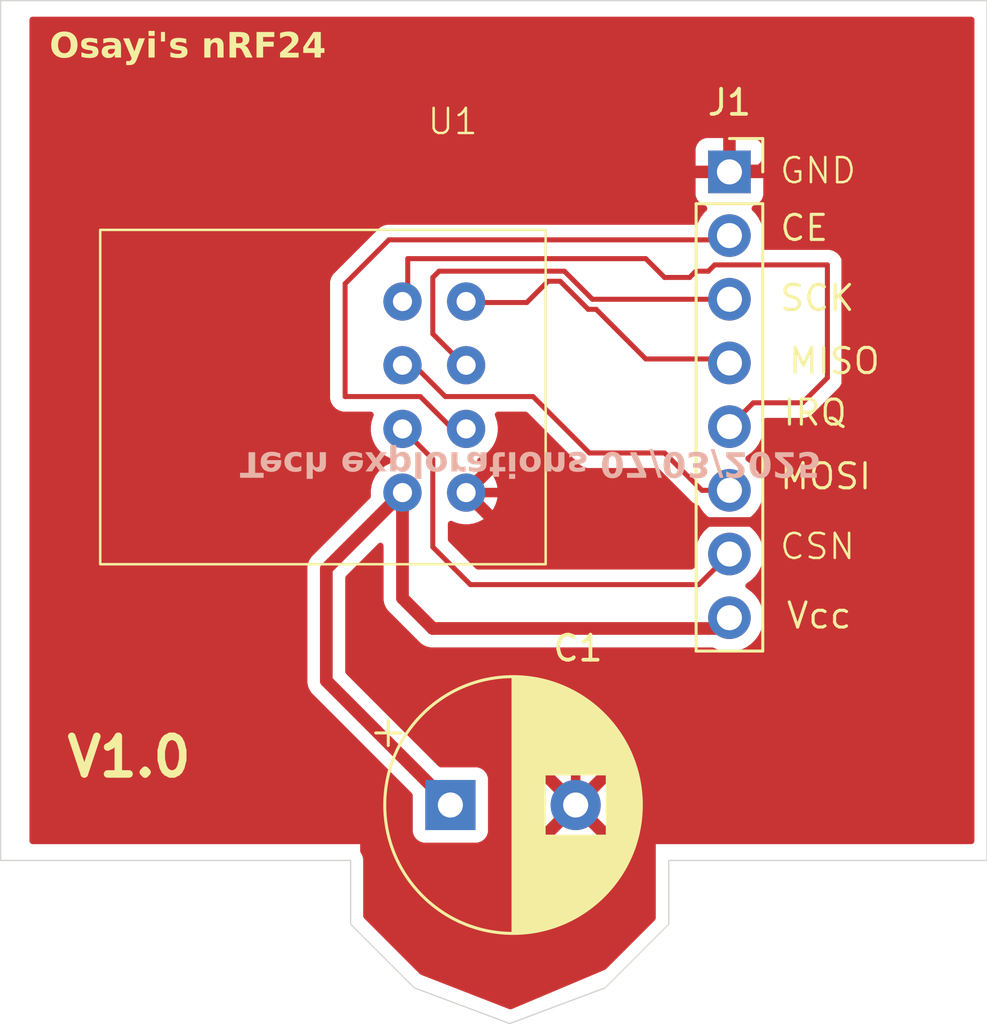
<source format=kicad_pcb>
(kicad_pcb (version 20241129) (generator "pcbnew") (generator_version "9.0")
  (title_block (title "nRF24") (date "2025-01-16"))
  (layers (0 "F.Cu" signal) (2 "B.Cu" signal) (13 "F.Paste" user) (15 "B.Paste" user) (5 "F.SilkS" user "F.Silkscreen") (7 "B.SilkS" user "B.Silkscreen") (1 "F.Mask" user) (3 "B.Mask" user) (25 "Edge.Cuts" user))
  (net 0 "")
  (net 1 "Net-(J1-Pin_5)")
  (net 2 "Net-(J1-Pin_2)")
  (net 3 "Net-(J1-Pin_8)")
  (net 4 "Net-(J1-Pin_4)")
  (net 5 "Net-(J1-Pin_1)")
  (net 6 "Net-(J1-Pin_3)")
  (net 7 "Net-(J1-Pin_7)")
  (net 8 "Net-(J1-Pin_6)")
  (footprint "Capacitor_THT:CP_Radial_D10.0mm_P5.00mm" (layer "F.Cu") (at 116.202323 95.04)
    (property "Reference" "C1" (at 5.09 -6.25 0) (layer "F.SilkS"))
    (property "Value" "10uF")
    (fp_line (start -2.979646 -2.875) (end -1.979646 -2.875) (stroke (width 0.12)) (layer "F.SilkS"))
    (fp_line (start -2.479646 -3.375) (end -2.479646 -2.375) (stroke (width 0.12)) (layer "F.SilkS"))
    (fp_line (start 2.5 -5.08) (end 2.5 5.08) (stroke (width 0.12)) (layer "F.SilkS"))
    (fp_line (start 2.54 -5.08) (end 2.54 5.08) (stroke (width 0.12)) (layer "F.SilkS"))
    (fp_line (start 2.58 -5.08) (end 2.58 5.08) (stroke (width 0.12)) (layer "F.SilkS"))
    (fp_line (start 2.62 -5.079) (end 2.62 5.079) (stroke (width 0.12)) (layer "F.SilkS"))
    (fp_line (start 2.66 -5.078) (end 2.66 5.078) (stroke (width 0.12)) (layer "F.SilkS"))
    (fp_line (start 2.7 -5.077) (end 2.7 5.077) (stroke (width 0.12)) (layer "F.SilkS"))
    (fp_line (start 2.74 -5.075) (end 2.74 5.075) (stroke (width 0.12)) (layer "F.SilkS"))
    (fp_line (start 2.78 -5.073) (end 2.78 5.073) (stroke (width 0.12)) (layer "F.SilkS"))
    (fp_line (start 2.82 -5.07) (end 2.82 5.07) (stroke (width 0.12)) (layer "F.SilkS"))
    (fp_line (start 2.86 -5.068) (end 2.86 5.068) (stroke (width 0.12)) (layer "F.SilkS"))
    (fp_line (start 2.9 -5.065) (end 2.9 5.065) (stroke (width 0.12)) (layer "F.SilkS"))
    (fp_line (start 2.94 -5.062) (end 2.94 5.062) (stroke (width 0.12)) (layer "F.SilkS"))
    (fp_line (start 2.98 -5.058) (end 2.98 5.058) (stroke (width 0.12)) (layer "F.SilkS"))
    (fp_line (start 3.02 -5.054) (end 3.02 5.054) (stroke (width 0.12)) (layer "F.SilkS"))
    (fp_line (start 3.06 -5.05) (end 3.06 5.05) (stroke (width 0.12)) (layer "F.SilkS"))
    (fp_line (start 3.1 -5.045) (end 3.1 5.045) (stroke (width 0.12)) (layer "F.SilkS"))
    (fp_line (start 3.14 -5.04) (end 3.14 5.04) (stroke (width 0.12)) (layer "F.SilkS"))
    (fp_line (start 3.18 -5.035) (end 3.18 5.035) (stroke (width 0.12)) (layer "F.SilkS"))
    (fp_line (start 3.221 -5.03) (end 3.221 5.03) (stroke (width 0.12)) (layer "F.SilkS"))
    (fp_line (start 3.261 -5.024) (end 3.261 5.024) (stroke (width 0.12)) (layer "F.SilkS"))
    (fp_line (start 3.301 -5.018) (end 3.301 5.018) (stroke (width 0.12)) (layer "F.SilkS"))
    (fp_line (start 3.341 -5.011) (end 3.341 5.011) (stroke (width 0.12)) (layer "F.SilkS"))
    (fp_line (start 3.381 -5.004) (end 3.381 5.004) (stroke (width 0.12)) (layer "F.SilkS"))
    (fp_line (start 3.421 -4.997) (end 3.421 4.997) (stroke (width 0.12)) (layer "F.SilkS"))
    (fp_line (start 3.461 -4.99) (end 3.461 4.99) (stroke (width 0.12)) (layer "F.SilkS"))
    (fp_line (start 3.501 -4.982) (end 3.501 4.982) (stroke (width 0.12)) (layer "F.SilkS"))
    (fp_line (start 3.541 -4.974) (end 3.541 4.974) (stroke (width 0.12)) (layer "F.SilkS"))
    (fp_line (start 3.581 -4.965) (end 3.581 4.965) (stroke (width 0.12)) (layer "F.SilkS"))
    (fp_line (start 3.621 -4.956) (end 3.621 4.956) (stroke (width 0.12)) (layer "F.SilkS"))
    (fp_line (start 3.661 -4.947) (end 3.661 4.947) (stroke (width 0.12)) (layer "F.SilkS"))
    (fp_line (start 3.701 -4.938) (end 3.701 4.938) (stroke (width 0.12)) (layer "F.SilkS"))
    (fp_line (start 3.741 -4.928) (end 3.741 4.928) (stroke (width 0.12)) (layer "F.SilkS"))
    (fp_line (start 3.781 -4.918) (end 3.781 -1.241) (stroke (width 0.12)) (layer "F.SilkS"))
    (fp_line (start 3.781 1.241) (end 3.781 4.918) (stroke (width 0.12)) (layer "F.SilkS"))
    (fp_line (start 3.821 -4.907) (end 3.821 -1.241) (stroke (width 0.12)) (layer "F.SilkS"))
    (fp_line (start 3.821 1.241) (end 3.821 4.907) (stroke (width 0.12)) (layer "F.SilkS"))
    (fp_line (start 3.861 -4.897) (end 3.861 -1.241) (stroke (width 0.12)) (layer "F.SilkS"))
    (fp_line (start 3.861 1.241) (end 3.861 4.897) (stroke (width 0.12)) (layer "F.SilkS"))
    (fp_line (start 3.901 -4.885) (end 3.901 -1.241) (stroke (width 0.12)) (layer "F.SilkS"))
    (fp_line (start 3.901 1.241) (end 3.901 4.885) (stroke (width 0.12)) (layer "F.SilkS"))
    (fp_line (start 3.941 -4.874) (end 3.941 -1.241) (stroke (width 0.12)) (layer "F.SilkS"))
    (fp_line (start 3.941 1.241) (end 3.941 4.874) (stroke (width 0.12)) (layer "F.SilkS"))
    (fp_line (start 3.981 -4.862) (end 3.981 -1.241) (stroke (width 0.12)) (layer "F.SilkS"))
    (fp_line (start 3.981 1.241) (end 3.981 4.862) (stroke (width 0.12)) (layer "F.SilkS"))
    (fp_line (start 4.021 -4.85) (end 4.021 -1.241) (stroke (width 0.12)) (layer "F.SilkS"))
    (fp_line (start 4.021 1.241) (end 4.021 4.85) (stroke (width 0.12)) (layer "F.SilkS"))
    (fp_line (start 4.061 -4.837) (end 4.061 -1.241) (stroke (width 0.12)) (layer "F.SilkS"))
    (fp_line (start 4.061 1.241) (end 4.061 4.837) (stroke (width 0.12)) (layer "F.SilkS"))
    (fp_line (start 4.101 -4.824) (end 4.101 -1.241) (stroke (width 0.12)) (layer "F.SilkS"))
    (fp_line (start 4.101 1.241) (end 4.101 4.824) (stroke (width 0.12)) (layer "F.SilkS"))
    (fp_line (start 4.141 -4.811) (end 4.141 -1.241) (stroke (width 0.12)) (layer "F.SilkS"))
    (fp_line (start 4.141 1.241) (end 4.141 4.811) (stroke (width 0.12)) (layer "F.SilkS"))
    (fp_line (start 4.181 -4.797) (end 4.181 -1.241) (stroke (width 0.12)) (layer "F.SilkS"))
    (fp_line (start 4.181 1.241) (end 4.181 4.797) (stroke (width 0.12)) (layer "F.SilkS"))
    (fp_line (start 4.221 -4.783) (end 4.221 -1.241) (stroke (width 0.12)) (layer "F.SilkS"))
    (fp_line (start 4.221 1.241) (end 4.221 4.783) (stroke (width 0.12)) (layer "F.SilkS"))
    (fp_line (start 4.261 -4.768) (end 4.261 -1.241) (stroke (width 0.12)) (layer "F.SilkS"))
    (fp_line (start 4.261 1.241) (end 4.261 4.768) (stroke (width 0.12)) (layer "F.SilkS"))
    (fp_line (start 4.301 -4.754) (end 4.301 -1.241) (stroke (width 0.12)) (layer "F.SilkS"))
    (fp_line (start 4.301 1.241) (end 4.301 4.754) (stroke (width 0.12)) (layer "F.SilkS"))
    (fp_line (start 4.341 -4.738) (end 4.341 -1.241) (stroke (width 0.12)) (layer "F.SilkS"))
    (fp_line (start 4.341 1.241) (end 4.341 4.738) (stroke (width 0.12)) (layer "F.SilkS"))
    (fp_line (start 4.381 -4.723) (end 4.381 -1.241) (stroke (width 0.12)) (layer "F.SilkS"))
    (fp_line (start 4.381 1.241) (end 4.381 4.723) (stroke (width 0.12)) (layer "F.SilkS"))
    (fp_line (start 4.421 -4.707) (end 4.421 -1.241) (stroke (width 0.12)) (layer "F.SilkS"))
    (fp_line (start 4.421 1.241) (end 4.421 4.707) (stroke (width 0.12)) (layer "F.SilkS"))
    (fp_line (start 4.461 -4.69) (end 4.461 -1.241) (stroke (width 0.12)) (layer "F.SilkS"))
    (fp_line (start 4.461 1.241) (end 4.461 4.69) (stroke (width 0.12)) (layer "F.SilkS"))
    (fp_line (start 4.501 -4.674) (end 4.501 -1.241) (stroke (width 0.12)) (layer "F.SilkS"))
    (fp_line (start 4.501 1.241) (end 4.501 4.674) (stroke (width 0.12)) (layer "F.SilkS"))
    (fp_line (start 4.541 -4.657) (end 4.541 -1.241) (stroke (width 0.12)) (layer "F.SilkS"))
    (fp_line (start 4.541 1.241) (end 4.541 4.657) (stroke (width 0.12)) (layer "F.SilkS"))
    (fp_line (start 4.581 -4.639) (end 4.581 -1.241) (stroke (width 0.12)) (layer "F.SilkS"))
    (fp_line (start 4.581 1.241) (end 4.581 4.639) (stroke (width 0.12)) (layer "F.SilkS"))
    (fp_line (start 4.621 -4.621) (end 4.621 -1.241) (stroke (width 0.12)) (layer "F.SilkS"))
    (fp_line (start 4.621 1.241) (end 4.621 4.621) (stroke (width 0.12)) (layer "F.SilkS"))
    (fp_line (start 4.661 -4.603) (end 4.661 -1.241) (stroke (width 0.12)) (layer "F.SilkS"))
    (fp_line (start 4.661 1.241) (end 4.661 4.603) (stroke (width 0.12)) (layer "F.SilkS"))
    (fp_line (start 4.701 -4.584) (end 4.701 -1.241) (stroke (width 0.12)) (layer "F.SilkS"))
    (fp_line (start 4.701 1.241) (end 4.701 4.584) (stroke (width 0.12)) (layer "F.SilkS"))
    (fp_line (start 4.741 -4.564) (end 4.741 -1.241) (stroke (width 0.12)) (layer "F.SilkS"))
    (fp_line (start 4.741 1.241) (end 4.741 4.564) (stroke (width 0.12)) (layer "F.SilkS"))
    (fp_line (start 4.781 -4.545) (end 4.781 -1.241) (stroke (width 0.12)) (layer "F.SilkS"))
    (fp_line (start 4.781 1.241) (end 4.781 4.545) (stroke (width 0.12)) (layer "F.SilkS"))
    (fp_line (start 4.821 -4.525) (end 4.821 -1.241) (stroke (width 0.12)) (layer "F.SilkS"))
    (fp_line (start 4.821 1.241) (end 4.821 4.525) (stroke (width 0.12)) (layer "F.SilkS"))
    (fp_line (start 4.861 -4.504) (end 4.861 -1.241) (stroke (width 0.12)) (layer "F.SilkS"))
    (fp_line (start 4.861 1.241) (end 4.861 4.504) (stroke (width 0.12)) (layer "F.SilkS"))
    (fp_line (start 4.901 -4.483) (end 4.901 -1.241) (stroke (width 0.12)) (layer "F.SilkS"))
    (fp_line (start 4.901 1.241) (end 4.901 4.483) (stroke (width 0.12)) (layer "F.SilkS"))
    (fp_line (start 4.941 -4.462) (end 4.941 -1.241) (stroke (width 0.12)) (layer "F.SilkS"))
    (fp_line (start 4.941 1.241) (end 4.941 4.462) (stroke (width 0.12)) (layer "F.SilkS"))
    (fp_line (start 4.981 -4.44) (end 4.981 -1.241) (stroke (width 0.12)) (layer "F.SilkS"))
    (fp_line (start 4.981 1.241) (end 4.981 4.44) (stroke (width 0.12)) (layer "F.SilkS"))
    (fp_line (start 5.021 -4.417) (end 5.021 -1.241) (stroke (width 0.12)) (layer "F.SilkS"))
    (fp_line (start 5.021 1.241) (end 5.021 4.417) (stroke (width 0.12)) (layer "F.SilkS"))
    (fp_line (start 5.061 -4.395) (end 5.061 -1.241) (stroke (width 0.12)) (layer "F.SilkS"))
    (fp_line (start 5.061 1.241) (end 5.061 4.395) (stroke (width 0.12)) (layer "F.SilkS"))
    (fp_line (start 5.101 -4.371) (end 5.101 -1.241) (stroke (width 0.12)) (layer "F.SilkS"))
    (fp_line (start 5.101 1.241) (end 5.101 4.371) (stroke (width 0.12)) (layer "F.SilkS"))
    (fp_line (start 5.141 -4.347) (end 5.141 -1.241) (stroke (width 0.12)) (layer "F.SilkS"))
    (fp_line (start 5.141 1.241) (end 5.141 4.347) (stroke (width 0.12)) (layer "F.SilkS"))
    (fp_line (start 5.181 -4.323) (end 5.181 -1.241) (stroke (width 0.12)) (layer "F.SilkS"))
    (fp_line (start 5.181 1.241) (end 5.181 4.323) (stroke (width 0.12)) (layer "F.SilkS"))
    (fp_line (start 5.221 -4.298) (end 5.221 -1.241) (stroke (width 0.12)) (layer "F.SilkS"))
    (fp_line (start 5.221 1.241) (end 5.221 4.298) (stroke (width 0.12)) (layer "F.SilkS"))
    (fp_line (start 5.261 -4.273) (end 5.261 -1.241) (stroke (width 0.12)) (layer "F.SilkS"))
    (fp_line (start 5.261 1.241) (end 5.261 4.273) (stroke (width 0.12)) (layer "F.SilkS"))
    (fp_line (start 5.301 -4.247) (end 5.301 -1.241) (stroke (width 0.12)) (layer "F.SilkS"))
    (fp_line (start 5.301 1.241) (end 5.301 4.247) (stroke (width 0.12)) (layer "F.SilkS"))
    (fp_line (start 5.341 -4.221) (end 5.341 -1.241) (stroke (width 0.12)) (layer "F.SilkS"))
    (fp_line (start 5.341 1.241) (end 5.341 4.221) (stroke (width 0.12)) (layer "F.SilkS"))
    (fp_line (start 5.381 -4.194) (end 5.381 -1.241) (stroke (width 0.12)) (layer "F.SilkS"))
    (fp_line (start 5.381 1.241) (end 5.381 4.194) (stroke (width 0.12)) (layer "F.SilkS"))
    (fp_line (start 5.421 -4.166) (end 5.421 -1.241) (stroke (width 0.12)) (layer "F.SilkS"))
    (fp_line (start 5.421 1.241) (end 5.421 4.166) (stroke (width 0.12)) (layer "F.SilkS"))
    (fp_line (start 5.461 -4.138) (end 5.461 -1.241) (stroke (width 0.12)) (layer "F.SilkS"))
    (fp_line (start 5.461 1.241) (end 5.461 4.138) (stroke (width 0.12)) (layer "F.SilkS"))
    (fp_line (start 5.501 -4.11) (end 5.501 -1.241) (stroke (width 0.12)) (layer "F.SilkS"))
    (fp_line (start 5.501 1.241) (end 5.501 4.11) (stroke (width 0.12)) (layer "F.SilkS"))
    (fp_line (start 5.541 -4.08) (end 5.541 -1.241) (stroke (width 0.12)) (layer "F.SilkS"))
    (fp_line (start 5.541 1.241) (end 5.541 4.08) (stroke (width 0.12)) (layer "F.SilkS"))
    (fp_line (start 5.581 -4.05) (end 5.581 -1.241) (stroke (width 0.12)) (layer "F.SilkS"))
    (fp_line (start 5.581 1.241) (end 5.581 4.05) (stroke (width 0.12)) (layer "F.SilkS"))
    (fp_line (start 5.621 -4.02) (end 5.621 -1.241) (stroke (width 0.12)) (layer "F.SilkS"))
    (fp_line (start 5.621 1.241) (end 5.621 4.02) (stroke (width 0.12)) (layer "F.SilkS"))
    (fp_line (start 5.661 -3.989) (end 5.661 -1.241) (stroke (width 0.12)) (layer "F.SilkS"))
    (fp_line (start 5.661 1.241) (end 5.661 3.989) (stroke (width 0.12)) (layer "F.SilkS"))
    (fp_line (start 5.701 -3.957) (end 5.701 -1.241) (stroke (width 0.12)) (layer "F.SilkS"))
    (fp_line (start 5.701 1.241) (end 5.701 3.957) (stroke (width 0.12)) (layer "F.SilkS"))
    (fp_line (start 5.741 -3.925) (end 5.741 -1.241) (stroke (width 0.12)) (layer "F.SilkS"))
    (fp_line (start 5.741 1.241) (end 5.741 3.925) (stroke (width 0.12)) (layer "F.SilkS"))
    (fp_line (start 5.781 -3.892) (end 5.781 -1.241) (stroke (width 0.12)) (layer "F.SilkS"))
    (fp_line (start 5.781 1.241) (end 5.781 3.892) (stroke (width 0.12)) (layer "F.SilkS"))
    (fp_line (start 5.821 -3.858) (end 5.821 -1.241) (stroke (width 0.12)) (layer "F.SilkS"))
    (fp_line (start 5.821 1.241) (end 5.821 3.858) (stroke (width 0.12)) (layer "F.SilkS"))
    (fp_line (start 5.861 -3.824) (end 5.861 -1.241) (stroke (width 0.12)) (layer "F.SilkS"))
    (fp_line (start 5.861 1.241) (end 5.861 3.824) (stroke (width 0.12)) (layer "F.SilkS"))
    (fp_line (start 5.901 -3.789) (end 5.901 -1.241) (stroke (width 0.12)) (layer "F.SilkS"))
    (fp_line (start 5.901 1.241) (end 5.901 3.789) (stroke (width 0.12)) (layer "F.SilkS"))
    (fp_line (start 5.941 -3.753) (end 5.941 -1.241) (stroke (width 0.12)) (layer "F.SilkS"))
    (fp_line (start 5.941 1.241) (end 5.941 3.753) (stroke (width 0.12)) (layer "F.SilkS"))
    (fp_line (start 5.981 -3.716) (end 5.981 -1.241) (stroke (width 0.12)) (layer "F.SilkS"))
    (fp_line (start 5.981 1.241) (end 5.981 3.716) (stroke (width 0.12)) (layer "F.SilkS"))
    (fp_line (start 6.021 -3.679) (end 6.021 -1.241) (stroke (width 0.12)) (layer "F.SilkS"))
    (fp_line (start 6.021 1.241) (end 6.021 3.679) (stroke (width 0.12)) (layer "F.SilkS"))
    (fp_line (start 6.061 -3.64) (end 6.061 -1.241) (stroke (width 0.12)) (layer "F.SilkS"))
    (fp_line (start 6.061 1.241) (end 6.061 3.64) (stroke (width 0.12)) (layer "F.SilkS"))
    (fp_line (start 6.101 -3.601) (end 6.101 -1.241) (stroke (width 0.12)) (layer "F.SilkS"))
    (fp_line (start 6.101 1.241) (end 6.101 3.601) (stroke (width 0.12)) (layer "F.SilkS"))
    (fp_line (start 6.141 -3.561) (end 6.141 -1.241) (stroke (width 0.12)) (layer "F.SilkS"))
    (fp_line (start 6.141 1.241) (end 6.141 3.561) (stroke (width 0.12)) (layer "F.SilkS"))
    (fp_line (start 6.181 -3.52) (end 6.181 -1.241) (stroke (width 0.12)) (layer "F.SilkS"))
    (fp_line (start 6.181 1.241) (end 6.181 3.52) (stroke (width 0.12)) (layer "F.SilkS"))
    (fp_line (start 6.221 -3.478) (end 6.221 -1.241) (stroke (width 0.12)) (layer "F.SilkS"))
    (fp_line (start 6.221 1.241) (end 6.221 3.478) (stroke (width 0.12)) (layer "F.SilkS"))
    (fp_line (start 6.261 -3.436) (end 6.261 3.436) (stroke (width 0.12)) (layer "F.SilkS"))
    (fp_line (start 6.301 -3.392) (end 6.301 3.392) (stroke (width 0.12)) (layer "F.SilkS"))
    (fp_line (start 6.341 -3.347) (end 6.341 3.347) (stroke (width 0.12)) (layer "F.SilkS"))
    (fp_line (start 6.381 -3.301) (end 6.381 3.301) (stroke (width 0.12)) (layer "F.SilkS"))
    (fp_line (start 6.421 -3.254) (end 6.421 3.254) (stroke (width 0.12)) (layer "F.SilkS"))
    (fp_line (start 6.461 -3.206) (end 6.461 3.206) (stroke (width 0.12)) (layer "F.SilkS"))
    (fp_line (start 6.501 -3.156) (end 6.501 3.156) (stroke (width 0.12)) (layer "F.SilkS"))
    (fp_line (start 6.541 -3.106) (end 6.541 3.106) (stroke (width 0.12)) (layer "F.SilkS"))
    (fp_line (start 6.581 -3.054) (end 6.581 3.054) (stroke (width 0.12)) (layer "F.SilkS"))
    (fp_line (start 6.621 -3) (end 6.621 3) (stroke (width 0.12)) (layer "F.SilkS"))
    (fp_line (start 6.661 -2.945) (end 6.661 2.945) (stroke (width 0.12)) (layer "F.SilkS"))
    (fp_line (start 6.701 -2.889) (end 6.701 2.889) (stroke (width 0.12)) (layer "F.SilkS"))
    (fp_line (start 6.741 -2.83) (end 6.741 2.83) (stroke (width 0.12)) (layer "F.SilkS"))
    (fp_line (start 6.781 -2.77) (end 6.781 2.77) (stroke (width 0.12)) (layer "F.SilkS"))
    (fp_line (start 6.821 -2.709) (end 6.821 2.709) (stroke (width 0.12)) (layer "F.SilkS"))
    (fp_line (start 6.861 -2.645) (end 6.861 2.645) (stroke (width 0.12)) (layer "F.SilkS"))
    (fp_line (start 6.901 -2.579) (end 6.901 2.579) (stroke (width 0.12)) (layer "F.SilkS"))
    (fp_line (start 6.941 -2.51) (end 6.941 2.51) (stroke (width 0.12)) (layer "F.SilkS"))
    (fp_line (start 6.981 -2.439) (end 6.981 2.439) (stroke (width 0.12)) (layer "F.SilkS"))
    (fp_line (start 7.021 -2.365) (end 7.021 2.365) (stroke (width 0.12)) (layer "F.SilkS"))
    (fp_line (start 7.061 -2.289) (end 7.061 2.289) (stroke (width 0.12)) (layer "F.SilkS"))
    (fp_line (start 7.101 -2.209) (end 7.101 2.209) (stroke (width 0.12)) (layer "F.SilkS"))
    (fp_line (start 7.141 -2.125) (end 7.141 2.125) (stroke (width 0.12)) (layer "F.SilkS"))
    (fp_line (start 7.181 -2.037) (end 7.181 2.037) (stroke (width 0.12)) (layer "F.SilkS"))
    (fp_line (start 7.221 -1.944) (end 7.221 1.944) (stroke (width 0.12)) (layer "F.SilkS"))
    (fp_line (start 7.261 -1.846) (end 7.261 1.846) (stroke (width 0.12)) (layer "F.SilkS"))
    (fp_line (start 7.301 -1.742) (end 7.301 1.742) (stroke (width 0.12)) (layer "F.SilkS"))
    (fp_line (start 7.341 -1.63) (end 7.341 1.63) (stroke (width 0.12)) (layer "F.SilkS"))
    (fp_line (start 7.381 -1.51) (end 7.381 1.51) (stroke (width 0.12)) (layer "F.SilkS"))
    (fp_line (start 7.421 -1.378) (end 7.421 1.378) (stroke (width 0.12)) (layer "F.SilkS"))
    (fp_line (start 7.461 -1.23) (end 7.461 1.23) (stroke (width 0.12)) (layer "F.SilkS"))
    (fp_line (start 7.501 -1.062) (end 7.501 1.062) (stroke (width 0.12)) (layer "F.SilkS"))
    (fp_line (start 7.541 -0.862) (end 7.541 0.862) (stroke (width 0.12)) (layer "F.SilkS"))
    (fp_line (start 7.581 -0.599) (end 7.581 0.599) (stroke (width 0.12)) (layer "F.SilkS"))
    (fp_circle (center 2.5 0) (end 7.62 0) (stroke (width 0.12)) (fill no) (layer "F.SilkS"))
    (pad "1" thru_hole rect (at 0 0) (size 2 2) (drill 1) (layers "*.Cu" "*.Mask") (net 3 "Net-(J1-Pin_8)"))
    (pad "2" thru_hole circle (at 5 0) (size 2 2) (drill 1) (layers "*.Cu" "*.Mask") (net 5 "Net-(J1-Pin_1)"))
  )
  (footprint "Connector_PinSocket_2.54mm:PinSocket_1x08_P2.54mm_Vertical" (layer "F.Cu") (at 127.34 69.79)
    (property "Reference" "J1" (at 0 -2.77 0) (layer "F.SilkS"))
    (property "Value" "Conn_01x08")
    (fp_line (start -1.33 1.27) (end -1.33 19.11) (stroke (width 0.12)) (layer "F.SilkS"))
    (fp_line (start -1.33 1.27) (end 1.33 1.27) (stroke (width 0.12)) (layer "F.SilkS"))
    (fp_line (start -1.33 19.11) (end 1.33 19.11) (stroke (width 0.12)) (layer "F.SilkS"))
    (fp_line (start 0 -1.33) (end 1.33 -1.33) (stroke (width 0.12)) (layer "F.SilkS"))
    (fp_line (start 1.33 -1.33) (end 1.33 0) (stroke (width 0.12)) (layer "F.SilkS"))
    (fp_line (start 1.33 1.27) (end 1.33 19.11) (stroke (width 0.12)) (layer "F.SilkS"))
    (pad "1" thru_hole rect (at 0 0) (size 1.7 1.7) (drill 1) (layers "*.Cu" "*.Mask") (net 5 "Net-(J1-Pin_1)"))
    (pad "2" thru_hole oval (at 0 2.54) (size 1.7 1.7) (drill 1) (layers "*.Cu" "*.Mask") (net 2 "Net-(J1-Pin_2)"))
    (pad "3" thru_hole oval (at 0 5.08) (size 1.7 1.7) (drill 1) (layers "*.Cu" "*.Mask") (net 6 "Net-(J1-Pin_3)"))
    (pad "4" thru_hole oval (at 0 7.62) (size 1.7 1.7) (drill 1) (layers "*.Cu" "*.Mask") (net 4 "Net-(J1-Pin_4)"))
    (pad "5" thru_hole oval (at 0 10.16) (size 1.7 1.7) (drill 1) (layers "*.Cu" "*.Mask") (net 1 "Net-(J1-Pin_5)"))
    (pad "6" thru_hole oval (at 0 12.7) (size 1.7 1.7) (drill 1) (layers "*.Cu" "*.Mask") (net 8 "Net-(J1-Pin_6)"))
    (pad "7" thru_hole oval (at 0 15.24) (size 1.7 1.7) (drill 1) (layers "*.Cu" "*.Mask") (net 7 "Net-(J1-Pin_7)"))
    (pad "8" thru_hole oval (at 0 17.78) (size 1.7 1.7) (drill 1) (layers "*.Cu" "*.Mask") (net 3 "Net-(J1-Pin_8)"))
  )
  (footprint "nRF24 FOOTPRINT LIBRARY:nRF24 FOOTPRINT" (layer "F.Cu") (at 111.75 77.5)
    (property "Reference" "U1" (at 4.545 -9.72 0) (layer "F.SilkS") (effects (font (thickness 0.1))))
    (property "Value" "nRf24")
    (fp_rect (start -9.525 -5.3975) (end 8.255 7.9375) (stroke (width 0.1)) (fill no) (layer "F.SilkS"))
    (pad "0" thru_hole circle (at 5.08 5.08) (size 1.524 1.524) (drill 0.762) (layers "*.Cu" "*.Mask") (net 5 "Net-(J1-Pin_1)"))
    (pad "1" thru_hole circle (at 5.08 2.54) (size 1.524 1.524) (drill 0.762) (layers "*.Cu" "*.Mask") (net 2 "Net-(J1-Pin_2)"))
    (pad "2" thru_hole circle (at 5.08 0) (size 1.524 1.524) (drill 0.762) (layers "*.Cu" "*.Mask") (net 6 "Net-(J1-Pin_3)"))
    (pad "3" thru_hole circle (at 5.08 -2.54) (size 1.524 1.524) (drill 0.762) (layers "*.Cu" "*.Mask") (net 4 "Net-(J1-Pin_4)"))
    (pad "4" thru_hole circle (at 2.54 -2.54) (size 1.524 1.524) (drill 0.762) (layers "*.Cu" "*.Mask") (net 1 "Net-(J1-Pin_5)"))
    (pad "5" thru_hole circle (at 2.54 0) (size 1.524 1.524) (drill 0.762) (layers "*.Cu" "*.Mask") (net 8 "Net-(J1-Pin_6)"))
    (pad "6" thru_hole circle (at 2.54 2.54) (size 1.524 1.524) (drill 0.762) (layers "*.Cu" "*.Mask") (net 7 "Net-(J1-Pin_7)"))
    (pad "7" thru_hole circle (at 2.54 5.08) (size 1.524 1.524) (drill 0.762) (layers "*.Cu" "*.Mask") (net 3 "Net-(J1-Pin_8)"))
  )
  (gr_line (start 124.92 99.79) (end 124.92 97.25) (stroke (width 0.05)) (layer "Edge.Cuts"))
  (gr_line (start 98.25 62.96) (end 137.62 62.96) (stroke (width 0.05)) (layer "Edge.Cuts"))
  (gr_line (start 112.22 97.25) (end 107.14 97.25) (stroke (width 0.05)) (layer "Edge.Cuts"))
  (gr_line (start 137.62 62.96) (end 137.62 97.25) (stroke (width 0.05)) (layer "Edge.Cuts"))
  (gr_line (start 98.25 97.25) (end 107.14 97.25) (stroke (width 0.05)) (layer "Edge.Cuts"))
  (gr_line (start 112.22 99.79) (end 112.22 97.25) (stroke (width 0.05)) (layer "Edge.Cuts"))
  (gr_line (start 114.76 102.33) (end 118.57 103.756344) (stroke (width 0.05)) (layer "Edge.Cuts"))
  (gr_line (start 122.38 102.33) (end 118.57 103.756344) (stroke (width 0.05)) (layer "Edge.Cuts"))
  (gr_line (start 98.25 62.96) (end 98.25 97.25) (stroke (width 0.05)) (layer "Edge.Cuts"))
  (gr_line (start 122.38 102.33) (end 124.92 99.79) (stroke (width 0.05)) (layer "Edge.Cuts"))
  (gr_line (start 124.92 97.25) (end 128.73 97.25) (stroke (width 0.05)) (layer "Edge.Cuts"))
  (gr_line (start 114.76 102.33) (end 112.22 99.79) (stroke (width 0.05)) (layer "Edge.Cuts"))
  (gr_line (start 128.73 97.25) (end 137.62 97.25) (stroke (width 0.05)) (layer "Edge.Cuts"))
  (gr_text "V1.0" (at 100.75 94 0) (layer "F.SilkS") (effects (font (size 1.5 1.5) (thickness 0.3) (bold yes)) (justify left bottom)))
  (gr_text "SCK" (at 129.288 75.406 0) (layer "F.SilkS") (effects (font (size 1 1) (thickness 0.125)) (justify left bottom)))
  (gr_text "MISO" (at 129.64 77.92 0) (layer "F.SilkS") (effects (font (size 1 1) (thickness 0.125)) (justify left bottom)))
  (gr_text "CSN" (at 129.288 85.312 0) (layer "F.SilkS") (effects (font (size 1 1) (thickness 0.1)) (justify left bottom)))
  (gr_text "CE" (at 129.288 72.612 0) (layer "F.SilkS") (effects (font (size 1 1) (thickness 0.125)) (justify left bottom)))
  (gr_text "MOSI" (at 129.288 82.518 0) (layer "F.SilkS") (effects (font (size 1 1) (thickness 0.125)) (justify left bottom)))
  (gr_text "Osayi's nRF24 " (at 100.2 65.4 0) (layer "F.SilkS") (effects (font (size 1 1) (thickness 0.1)) (justify left bottom)))
  (gr_text "IRQ" (at 129.415 79.978 0) (layer "F.SilkS") (effects (font (size 1 1) (thickness 0.125)) (justify left bottom)))
  (gr_text "Vcc" (at 129.55 88.07 0) (layer "F.SilkS") (effects (font (size 1 1) (thickness 0.125)) (justify left bottom)))
  (gr_text "GND" (at 129.288 70.326 0) (layer "F.SilkS") (effects (font (size 1 1) (thickness 0.1)) (justify left bottom)))
  (gr_text "Tech explorations 07/03/2025" (at 107.8 80.8 180) (layer "B.SilkS") (effects (font (size 1 1) (thickness 0.1)) (justify left bottom mirror)))
  (segment (start 114.5 74.75) (end 114.5 73.25) (width 0.2) (layer "F.Cu") (net 1))
  (segment (start 125.75 74) (end 126 73.75) (width 0.2) (layer "F.Cu") (net 1))
  (segment (start 114.5 73.25) (end 124 73.25) (width 0.2) (layer "F.Cu") (net 1))
  (segment (start 130.25 79) (end 128.29 79) (width 0.2) (layer "F.Cu") (net 1))
  (segment (start 124 73.25) (end 124.75 74) (width 0.2) (layer "F.Cu") (net 1))
  (segment (start 114.29 74.96) (end 114.5 74.75) (width 0.2) (layer "F.Cu") (net 1))
  (segment (start 124.75 74) (end 125.75 74) (width 0.2) (layer "F.Cu") (net 1))
  (segment (start 128.29 79) (end 127.34 79.95) (width 0.2) (layer "F.Cu") (net 1))
  (segment (start 131.25 73.5) (end 131.25 78) (width 0.2) (layer "F.Cu") (net 1))
  (segment (start 126.75 73.5) (end 131.25 73.5) (width 0.2) (layer "F.Cu") (net 1))
  (segment (start 126 73.75) (end 126.5 73.75) (width 0.2) (layer "F.Cu") (net 1))
  (segment (start 131.25 78) (end 130.25 79) (width 0.2) (layer "F.Cu") (net 1))
  (segment (start 126.5 73.75) (end 126.75 73.5) (width 0.2) (layer "F.Cu") (net 1))
  (segment (start 113.75 72.5) (end 127.17 72.5) (width 0.2) (layer "F.Cu") (net 2))
  (segment (start 112 74.25) (end 113.75 72.5) (width 0.2) (layer "F.Cu") (net 2))
  (segment (start 116.29 80.04) (end 115 78.75) (width 0.2) (layer "F.Cu") (net 2))
  (segment (start 112 78.75) (end 112 74.25) (width 0.2) (layer "F.Cu") (net 2))
  (segment (start 127.17 72.5) (end 127.34 72.33) (width 0.2) (layer "F.Cu") (net 2))
  (segment (start 116.83 80.04) (end 116.29 80.04) (width 0.2) (layer "F.Cu") (net 2))
  (segment (start 115 78.75) (end 112 78.75) (width 0.2) (layer "F.Cu") (net 2))
  (segment (start 114.29 86.79) (end 115.5 88) (width 0.508) (layer "F.Cu") (net 3))
  (segment (start 111.25 90.087677) (end 111.25 85.62) (width 0.508) (layer "F.Cu") (net 3))
  (segment (start 114.29 82.58) (end 114.29 86.79) (width 0.508) (layer "F.Cu") (net 3))
  (segment (start 116.202323 95.04) (end 111.25 90.087677) (width 0.508) (layer "F.Cu") (net 3))
  (segment (start 111.25 85.62) (end 114.29 82.58) (width 0.508) (layer "F.Cu") (net 3))
  (segment (start 115.5 88) (end 126.91 88) (width 0.508) (layer "F.Cu") (net 3))
  (segment (start 126.91 88) (end 127.34 87.57) (width 0.2) (layer "F.Cu") (net 3))
  (segment (start 122.021 75.271) (end 124 77.25) (width 0.2) (layer "F.Cu") (net 4))
  (segment (start 121.7039 75.271) (end 122.021 75.271) (width 0.2) (layer "F.Cu") (net 4))
  (segment (start 116.87 75) (end 119.25 75) (width 0.2) (layer "F.Cu") (net 4))
  (segment (start 121.469 75.0361) (end 121.7039 75.271) (width 0.2) (layer "F.Cu") (net 4))
  (segment (start 127.18 77.25) (end 127.34 77.41) (width 0.2) (layer "F.Cu") (net 4))
  (segment (start 116.83 74.96) (end 116.87 75) (width 0.2) (layer "F.Cu") (net 4))
  (segment (start 120.5839 74.151) (end 121.469 75.0361) (width 0.2) (layer "F.Cu") (net 4))
  (segment (start 119.25 75) (end 120.099 74.151) (width 0.2) (layer "F.Cu") (net 4))
  (segment (start 120.099 74.151) (end 120.5839 74.151) (width 0.2) (layer "F.Cu") (net 4))
  (segment (start 124 77.25) (end 127.18 77.25) (width 0.2) (layer "F.Cu") (net 4))
  (segment (start 128.56 69.69) (end 128.75 69.5) (width 0.381) (layer "F.Cu") (net 5))
  (segment (start 131.859 83.641) (end 132 83.5) (width 0.381) (layer "F.Cu") (net 5))
  (segment (start 132 83.5) (end 132 69.5) (width 0.381) (layer "F.Cu") (net 5))
  (segment (start 132 88.25) (end 132 85.141) (width 0.381) (layer "F.Cu") (net 5))
  (segment (start 121.202323 92.047677) (end 122.75 90.5) (width 0.381) (layer "F.Cu") (net 5))
  (segment (start 123 83.75) (end 122.25 84.5) (width 0.381) (layer "F.Cu") (net 5))
  (segment (start 121.202323 95.04) (end 121.202323 92.047677) (width 0.381) (layer "F.Cu") (net 5))
  (segment (start 130.5 83.641) (end 131.859 83.641) (width 0.381) (layer "F.Cu") (net 5))
  (segment (start 130.391 83.75) (end 123 83.75) (width 0.381) (layer "F.Cu") (net 5))
  (segment (start 122.25 84.5) (end 121 84.5) (width 0.381) (layer "F.Cu") (net 5))
  (segment (start 132 85.141) (end 130.5 83.641) (width 0.381) (layer "F.Cu") (net 5))
  (segment (start 121 84.5) (end 119.08 82.58) (width 0.381) (layer "F.Cu") (net 5))
  (segment (start 132 69.5) (end 128.75 69.5) (width 0.381) (layer "F.Cu") (net 5))
  (segment (start 119.08 82.58) (end 116.83 82.58) (width 0.381) (layer "F.Cu") (net 5))
  (segment (start 127.44 69.69) (end 128.56 69.69) (width 0.381) (layer "F.Cu") (net 5))
  (segment (start 130.5 83.641) (end 130.391 83.75) (width 0.381) (layer "F.Cu") (net 5))
  (segment (start 127.34 69.79) (end 127.44 69.69) (width 0.381) (layer "F.Cu") (net 5))
  (segment (start 122.75 90.5) (end 129.75 90.5) (width 0.381) (layer "F.Cu") (net 5))
  (segment (start 129.75 90.5) (end 132 88.25) (width 0.381) (layer "F.Cu") (net 5))
  (segment (start 116.83 77.5) (end 116.75 77.5) (width 0.2) (layer "F.Cu") (net 6))
  (segment (start 115.75 73.75) (end 120.75 73.75) (width 0.2) (layer "F.Cu") (net 6))
  (segment (start 120.75 73.75) (end 121.87 74.87) (width 0.2) (layer "F.Cu") (net 6))
  (segment (start 121.87 74.87) (end 127.34 74.87) (width 0.2) (layer "F.Cu") (net 6))
  (segment (start 116.75 77.5) (end 115.5 76.25) (width 0.2) (layer "F.Cu") (net 6))
  (segment (start 115.5 76.25) (end 115.5 74) (width 0.2) (layer "F.Cu") (net 6))
  (segment (start 115.5 74) (end 115.75 73.75) (width 0.2) (layer "F.Cu") (net 6))
  (segment (start 126.12 86.25) (end 127.34 85.03) (width 0.2) (layer "F.Cu") (net 7))
  (segment (start 117 86.25) (end 126.12 86.25) (width 0.2) (layer "F.Cu") (net 7))
  (segment (start 115.5 81.25) (end 115.5 84.75) (width 0.2) (layer "F.Cu") (net 7))
  (segment (start 115.5 84.75) (end 117 86.25) (width 0.2) (layer "F.Cu") (net 7))
  (segment (start 114.29 80.04) (end 115.5 81.25) (width 0.2) (layer "F.Cu") (net 7))
  (segment (start 116 78.75) (end 119.5 78.75) (width 0.2) (layer "F.Cu") (net 8))
  (segment (start 124.75 81) (end 126.24 82.49) (width 0.2) (layer "F.Cu") (net 8))
  (segment (start 114.29 77.5) (end 114.75 77.5) (width 0.2) (layer "F.Cu") (net 8))
  (segment (start 121.75 81) (end 124.75 81) (width 0.2) (layer "F.Cu") (net 8))
  (segment (start 114.75 77.5) (end 116 78.75) (width 0.2) (layer "F.Cu") (net 8))
  (segment (start 126.24 82.49) (end 127.34 82.49) (width 0.2) (layer "F.Cu") (net 8))
  (segment (start 119.5 78.75) (end 121.75 81) (width 0.2) (layer "F.Cu") (net 8))
  (zone (net 5) (net_name "Net-(J1-Pin_1)") (layer "F.Cu") (connect_pads (clearance 0.5)) (min_thickness 0.25) (fill yes (thermal_gap 0.5) (thermal_bridge_width 0.5))
    (polygon (pts (xy 137.2 63.6) (xy 99.4 63.6) (xy 99.4 96.6) (xy 112.6 96.6) (xy 112.6 99.4) (xy 115 101.8) (xy 118.6 103.2) (xy 122.4 101.6) (xy 124.4 99.6) (xy 124.4 96.6) (xy 137.2 96.6)))
  )
)
</source>
